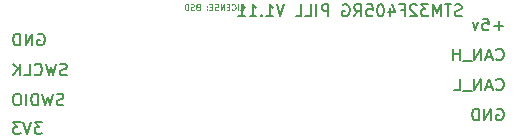
<source format=gbo>
G04 #@! TF.GenerationSoftware,KiCad,Pcbnew,7.0.1-0*
G04 #@! TF.CreationDate,2023-08-30T13:31:37-04:00*
G04 #@! TF.ProjectId,F405_pill,46343035-5f70-4696-9c6c-2e6b69636164,rev?*
G04 #@! TF.SameCoordinates,Original*
G04 #@! TF.FileFunction,Legend,Bot*
G04 #@! TF.FilePolarity,Positive*
%FSLAX46Y46*%
G04 Gerber Fmt 4.6, Leading zero omitted, Abs format (unit mm)*
G04 Created by KiCad (PCBNEW 7.0.1-0) date 2023-08-30 13:31:37*
%MOMM*%
%LPD*%
G01*
G04 APERTURE LIST*
%ADD10C,0.150000*%
%ADD11C,0.080000*%
%ADD12C,1.524000*%
%ADD13C,0.700000*%
%ADD14O,2.100000X1.050000*%
G04 APERTURE END LIST*
D10*
X142252380Y-79715000D02*
X142109523Y-79762619D01*
X142109523Y-79762619D02*
X141871428Y-79762619D01*
X141871428Y-79762619D02*
X141776190Y-79715000D01*
X141776190Y-79715000D02*
X141728571Y-79667380D01*
X141728571Y-79667380D02*
X141680952Y-79572142D01*
X141680952Y-79572142D02*
X141680952Y-79476904D01*
X141680952Y-79476904D02*
X141728571Y-79381666D01*
X141728571Y-79381666D02*
X141776190Y-79334047D01*
X141776190Y-79334047D02*
X141871428Y-79286428D01*
X141871428Y-79286428D02*
X142061904Y-79238809D01*
X142061904Y-79238809D02*
X142157142Y-79191190D01*
X142157142Y-79191190D02*
X142204761Y-79143571D01*
X142204761Y-79143571D02*
X142252380Y-79048333D01*
X142252380Y-79048333D02*
X142252380Y-78953095D01*
X142252380Y-78953095D02*
X142204761Y-78857857D01*
X142204761Y-78857857D02*
X142157142Y-78810238D01*
X142157142Y-78810238D02*
X142061904Y-78762619D01*
X142061904Y-78762619D02*
X141823809Y-78762619D01*
X141823809Y-78762619D02*
X141680952Y-78810238D01*
X141395237Y-78762619D02*
X140823809Y-78762619D01*
X141109523Y-79762619D02*
X141109523Y-78762619D01*
X140490475Y-79762619D02*
X140490475Y-78762619D01*
X140490475Y-78762619D02*
X140157142Y-79476904D01*
X140157142Y-79476904D02*
X139823809Y-78762619D01*
X139823809Y-78762619D02*
X139823809Y-79762619D01*
X139442856Y-78762619D02*
X138823809Y-78762619D01*
X138823809Y-78762619D02*
X139157142Y-79143571D01*
X139157142Y-79143571D02*
X139014285Y-79143571D01*
X139014285Y-79143571D02*
X138919047Y-79191190D01*
X138919047Y-79191190D02*
X138871428Y-79238809D01*
X138871428Y-79238809D02*
X138823809Y-79334047D01*
X138823809Y-79334047D02*
X138823809Y-79572142D01*
X138823809Y-79572142D02*
X138871428Y-79667380D01*
X138871428Y-79667380D02*
X138919047Y-79715000D01*
X138919047Y-79715000D02*
X139014285Y-79762619D01*
X139014285Y-79762619D02*
X139299999Y-79762619D01*
X139299999Y-79762619D02*
X139395237Y-79715000D01*
X139395237Y-79715000D02*
X139442856Y-79667380D01*
X138442856Y-78857857D02*
X138395237Y-78810238D01*
X138395237Y-78810238D02*
X138299999Y-78762619D01*
X138299999Y-78762619D02*
X138061904Y-78762619D01*
X138061904Y-78762619D02*
X137966666Y-78810238D01*
X137966666Y-78810238D02*
X137919047Y-78857857D01*
X137919047Y-78857857D02*
X137871428Y-78953095D01*
X137871428Y-78953095D02*
X137871428Y-79048333D01*
X137871428Y-79048333D02*
X137919047Y-79191190D01*
X137919047Y-79191190D02*
X138490475Y-79762619D01*
X138490475Y-79762619D02*
X137871428Y-79762619D01*
X137109523Y-79238809D02*
X137442856Y-79238809D01*
X137442856Y-79762619D02*
X137442856Y-78762619D01*
X137442856Y-78762619D02*
X136966666Y-78762619D01*
X136157142Y-79095952D02*
X136157142Y-79762619D01*
X136395237Y-78715000D02*
X136633332Y-79429285D01*
X136633332Y-79429285D02*
X136014285Y-79429285D01*
X135442856Y-78762619D02*
X135347618Y-78762619D01*
X135347618Y-78762619D02*
X135252380Y-78810238D01*
X135252380Y-78810238D02*
X135204761Y-78857857D01*
X135204761Y-78857857D02*
X135157142Y-78953095D01*
X135157142Y-78953095D02*
X135109523Y-79143571D01*
X135109523Y-79143571D02*
X135109523Y-79381666D01*
X135109523Y-79381666D02*
X135157142Y-79572142D01*
X135157142Y-79572142D02*
X135204761Y-79667380D01*
X135204761Y-79667380D02*
X135252380Y-79715000D01*
X135252380Y-79715000D02*
X135347618Y-79762619D01*
X135347618Y-79762619D02*
X135442856Y-79762619D01*
X135442856Y-79762619D02*
X135538094Y-79715000D01*
X135538094Y-79715000D02*
X135585713Y-79667380D01*
X135585713Y-79667380D02*
X135633332Y-79572142D01*
X135633332Y-79572142D02*
X135680951Y-79381666D01*
X135680951Y-79381666D02*
X135680951Y-79143571D01*
X135680951Y-79143571D02*
X135633332Y-78953095D01*
X135633332Y-78953095D02*
X135585713Y-78857857D01*
X135585713Y-78857857D02*
X135538094Y-78810238D01*
X135538094Y-78810238D02*
X135442856Y-78762619D01*
X134204761Y-78762619D02*
X134680951Y-78762619D01*
X134680951Y-78762619D02*
X134728570Y-79238809D01*
X134728570Y-79238809D02*
X134680951Y-79191190D01*
X134680951Y-79191190D02*
X134585713Y-79143571D01*
X134585713Y-79143571D02*
X134347618Y-79143571D01*
X134347618Y-79143571D02*
X134252380Y-79191190D01*
X134252380Y-79191190D02*
X134204761Y-79238809D01*
X134204761Y-79238809D02*
X134157142Y-79334047D01*
X134157142Y-79334047D02*
X134157142Y-79572142D01*
X134157142Y-79572142D02*
X134204761Y-79667380D01*
X134204761Y-79667380D02*
X134252380Y-79715000D01*
X134252380Y-79715000D02*
X134347618Y-79762619D01*
X134347618Y-79762619D02*
X134585713Y-79762619D01*
X134585713Y-79762619D02*
X134680951Y-79715000D01*
X134680951Y-79715000D02*
X134728570Y-79667380D01*
X133157142Y-79762619D02*
X133490475Y-79286428D01*
X133728570Y-79762619D02*
X133728570Y-78762619D01*
X133728570Y-78762619D02*
X133347618Y-78762619D01*
X133347618Y-78762619D02*
X133252380Y-78810238D01*
X133252380Y-78810238D02*
X133204761Y-78857857D01*
X133204761Y-78857857D02*
X133157142Y-78953095D01*
X133157142Y-78953095D02*
X133157142Y-79095952D01*
X133157142Y-79095952D02*
X133204761Y-79191190D01*
X133204761Y-79191190D02*
X133252380Y-79238809D01*
X133252380Y-79238809D02*
X133347618Y-79286428D01*
X133347618Y-79286428D02*
X133728570Y-79286428D01*
X132204761Y-78810238D02*
X132299999Y-78762619D01*
X132299999Y-78762619D02*
X132442856Y-78762619D01*
X132442856Y-78762619D02*
X132585713Y-78810238D01*
X132585713Y-78810238D02*
X132680951Y-78905476D01*
X132680951Y-78905476D02*
X132728570Y-79000714D01*
X132728570Y-79000714D02*
X132776189Y-79191190D01*
X132776189Y-79191190D02*
X132776189Y-79334047D01*
X132776189Y-79334047D02*
X132728570Y-79524523D01*
X132728570Y-79524523D02*
X132680951Y-79619761D01*
X132680951Y-79619761D02*
X132585713Y-79715000D01*
X132585713Y-79715000D02*
X132442856Y-79762619D01*
X132442856Y-79762619D02*
X132347618Y-79762619D01*
X132347618Y-79762619D02*
X132204761Y-79715000D01*
X132204761Y-79715000D02*
X132157142Y-79667380D01*
X132157142Y-79667380D02*
X132157142Y-79334047D01*
X132157142Y-79334047D02*
X132347618Y-79334047D01*
X130966665Y-79762619D02*
X130966665Y-78762619D01*
X130966665Y-78762619D02*
X130585713Y-78762619D01*
X130585713Y-78762619D02*
X130490475Y-78810238D01*
X130490475Y-78810238D02*
X130442856Y-78857857D01*
X130442856Y-78857857D02*
X130395237Y-78953095D01*
X130395237Y-78953095D02*
X130395237Y-79095952D01*
X130395237Y-79095952D02*
X130442856Y-79191190D01*
X130442856Y-79191190D02*
X130490475Y-79238809D01*
X130490475Y-79238809D02*
X130585713Y-79286428D01*
X130585713Y-79286428D02*
X130966665Y-79286428D01*
X129966665Y-79762619D02*
X129966665Y-78762619D01*
X129014285Y-79762619D02*
X129490475Y-79762619D01*
X129490475Y-79762619D02*
X129490475Y-78762619D01*
X128204761Y-79762619D02*
X128680951Y-79762619D01*
X128680951Y-79762619D02*
X128680951Y-78762619D01*
X127252379Y-78762619D02*
X126919046Y-79762619D01*
X126919046Y-79762619D02*
X126585713Y-78762619D01*
X125728570Y-79762619D02*
X126299998Y-79762619D01*
X126014284Y-79762619D02*
X126014284Y-78762619D01*
X126014284Y-78762619D02*
X126109522Y-78905476D01*
X126109522Y-78905476D02*
X126204760Y-79000714D01*
X126204760Y-79000714D02*
X126299998Y-79048333D01*
X125299998Y-79667380D02*
X125252379Y-79715000D01*
X125252379Y-79715000D02*
X125299998Y-79762619D01*
X125299998Y-79762619D02*
X125347617Y-79715000D01*
X125347617Y-79715000D02*
X125299998Y-79667380D01*
X125299998Y-79667380D02*
X125299998Y-79762619D01*
X124299999Y-79762619D02*
X124871427Y-79762619D01*
X124585713Y-79762619D02*
X124585713Y-78762619D01*
X124585713Y-78762619D02*
X124680951Y-78905476D01*
X124680951Y-78905476D02*
X124776189Y-79000714D01*
X124776189Y-79000714D02*
X124871427Y-79048333D01*
X123347618Y-79762619D02*
X123919046Y-79762619D01*
X123633332Y-79762619D02*
X123633332Y-78762619D01*
X123633332Y-78762619D02*
X123728570Y-78905476D01*
X123728570Y-78905476D02*
X123823808Y-79000714D01*
X123823808Y-79000714D02*
X123919046Y-79048333D01*
X108528570Y-87275000D02*
X108385713Y-87322619D01*
X108385713Y-87322619D02*
X108147618Y-87322619D01*
X108147618Y-87322619D02*
X108052380Y-87275000D01*
X108052380Y-87275000D02*
X108004761Y-87227380D01*
X108004761Y-87227380D02*
X107957142Y-87132142D01*
X107957142Y-87132142D02*
X107957142Y-87036904D01*
X107957142Y-87036904D02*
X108004761Y-86941666D01*
X108004761Y-86941666D02*
X108052380Y-86894047D01*
X108052380Y-86894047D02*
X108147618Y-86846428D01*
X108147618Y-86846428D02*
X108338094Y-86798809D01*
X108338094Y-86798809D02*
X108433332Y-86751190D01*
X108433332Y-86751190D02*
X108480951Y-86703571D01*
X108480951Y-86703571D02*
X108528570Y-86608333D01*
X108528570Y-86608333D02*
X108528570Y-86513095D01*
X108528570Y-86513095D02*
X108480951Y-86417857D01*
X108480951Y-86417857D02*
X108433332Y-86370238D01*
X108433332Y-86370238D02*
X108338094Y-86322619D01*
X108338094Y-86322619D02*
X108099999Y-86322619D01*
X108099999Y-86322619D02*
X107957142Y-86370238D01*
X107623808Y-86322619D02*
X107385713Y-87322619D01*
X107385713Y-87322619D02*
X107195237Y-86608333D01*
X107195237Y-86608333D02*
X107004761Y-87322619D01*
X107004761Y-87322619D02*
X106766666Y-86322619D01*
X106385713Y-87322619D02*
X106385713Y-86322619D01*
X106385713Y-86322619D02*
X106147618Y-86322619D01*
X106147618Y-86322619D02*
X106004761Y-86370238D01*
X106004761Y-86370238D02*
X105909523Y-86465476D01*
X105909523Y-86465476D02*
X105861904Y-86560714D01*
X105861904Y-86560714D02*
X105814285Y-86751190D01*
X105814285Y-86751190D02*
X105814285Y-86894047D01*
X105814285Y-86894047D02*
X105861904Y-87084523D01*
X105861904Y-87084523D02*
X105909523Y-87179761D01*
X105909523Y-87179761D02*
X106004761Y-87275000D01*
X106004761Y-87275000D02*
X106147618Y-87322619D01*
X106147618Y-87322619D02*
X106385713Y-87322619D01*
X105385713Y-87322619D02*
X105385713Y-86322619D01*
X104719047Y-86322619D02*
X104528571Y-86322619D01*
X104528571Y-86322619D02*
X104433333Y-86370238D01*
X104433333Y-86370238D02*
X104338095Y-86465476D01*
X104338095Y-86465476D02*
X104290476Y-86655952D01*
X104290476Y-86655952D02*
X104290476Y-86989285D01*
X104290476Y-86989285D02*
X104338095Y-87179761D01*
X104338095Y-87179761D02*
X104433333Y-87275000D01*
X104433333Y-87275000D02*
X104528571Y-87322619D01*
X104528571Y-87322619D02*
X104719047Y-87322619D01*
X104719047Y-87322619D02*
X104814285Y-87275000D01*
X104814285Y-87275000D02*
X104909523Y-87179761D01*
X104909523Y-87179761D02*
X104957142Y-86989285D01*
X104957142Y-86989285D02*
X104957142Y-86655952D01*
X104957142Y-86655952D02*
X104909523Y-86465476D01*
X104909523Y-86465476D02*
X104814285Y-86370238D01*
X104814285Y-86370238D02*
X104719047Y-86322619D01*
X106719047Y-88722619D02*
X106100000Y-88722619D01*
X106100000Y-88722619D02*
X106433333Y-89103571D01*
X106433333Y-89103571D02*
X106290476Y-89103571D01*
X106290476Y-89103571D02*
X106195238Y-89151190D01*
X106195238Y-89151190D02*
X106147619Y-89198809D01*
X106147619Y-89198809D02*
X106100000Y-89294047D01*
X106100000Y-89294047D02*
X106100000Y-89532142D01*
X106100000Y-89532142D02*
X106147619Y-89627380D01*
X106147619Y-89627380D02*
X106195238Y-89675000D01*
X106195238Y-89675000D02*
X106290476Y-89722619D01*
X106290476Y-89722619D02*
X106576190Y-89722619D01*
X106576190Y-89722619D02*
X106671428Y-89675000D01*
X106671428Y-89675000D02*
X106719047Y-89627380D01*
X105814285Y-88722619D02*
X105480952Y-89722619D01*
X105480952Y-89722619D02*
X105147619Y-88722619D01*
X104909523Y-88722619D02*
X104290476Y-88722619D01*
X104290476Y-88722619D02*
X104623809Y-89103571D01*
X104623809Y-89103571D02*
X104480952Y-89103571D01*
X104480952Y-89103571D02*
X104385714Y-89151190D01*
X104385714Y-89151190D02*
X104338095Y-89198809D01*
X104338095Y-89198809D02*
X104290476Y-89294047D01*
X104290476Y-89294047D02*
X104290476Y-89532142D01*
X104290476Y-89532142D02*
X104338095Y-89627380D01*
X104338095Y-89627380D02*
X104385714Y-89675000D01*
X104385714Y-89675000D02*
X104480952Y-89722619D01*
X104480952Y-89722619D02*
X104766666Y-89722619D01*
X104766666Y-89722619D02*
X104861904Y-89675000D01*
X104861904Y-89675000D02*
X104909523Y-89627380D01*
X108814285Y-84735000D02*
X108671428Y-84782619D01*
X108671428Y-84782619D02*
X108433333Y-84782619D01*
X108433333Y-84782619D02*
X108338095Y-84735000D01*
X108338095Y-84735000D02*
X108290476Y-84687380D01*
X108290476Y-84687380D02*
X108242857Y-84592142D01*
X108242857Y-84592142D02*
X108242857Y-84496904D01*
X108242857Y-84496904D02*
X108290476Y-84401666D01*
X108290476Y-84401666D02*
X108338095Y-84354047D01*
X108338095Y-84354047D02*
X108433333Y-84306428D01*
X108433333Y-84306428D02*
X108623809Y-84258809D01*
X108623809Y-84258809D02*
X108719047Y-84211190D01*
X108719047Y-84211190D02*
X108766666Y-84163571D01*
X108766666Y-84163571D02*
X108814285Y-84068333D01*
X108814285Y-84068333D02*
X108814285Y-83973095D01*
X108814285Y-83973095D02*
X108766666Y-83877857D01*
X108766666Y-83877857D02*
X108719047Y-83830238D01*
X108719047Y-83830238D02*
X108623809Y-83782619D01*
X108623809Y-83782619D02*
X108385714Y-83782619D01*
X108385714Y-83782619D02*
X108242857Y-83830238D01*
X107909523Y-83782619D02*
X107671428Y-84782619D01*
X107671428Y-84782619D02*
X107480952Y-84068333D01*
X107480952Y-84068333D02*
X107290476Y-84782619D01*
X107290476Y-84782619D02*
X107052381Y-83782619D01*
X106100000Y-84687380D02*
X106147619Y-84735000D01*
X106147619Y-84735000D02*
X106290476Y-84782619D01*
X106290476Y-84782619D02*
X106385714Y-84782619D01*
X106385714Y-84782619D02*
X106528571Y-84735000D01*
X106528571Y-84735000D02*
X106623809Y-84639761D01*
X106623809Y-84639761D02*
X106671428Y-84544523D01*
X106671428Y-84544523D02*
X106719047Y-84354047D01*
X106719047Y-84354047D02*
X106719047Y-84211190D01*
X106719047Y-84211190D02*
X106671428Y-84020714D01*
X106671428Y-84020714D02*
X106623809Y-83925476D01*
X106623809Y-83925476D02*
X106528571Y-83830238D01*
X106528571Y-83830238D02*
X106385714Y-83782619D01*
X106385714Y-83782619D02*
X106290476Y-83782619D01*
X106290476Y-83782619D02*
X106147619Y-83830238D01*
X106147619Y-83830238D02*
X106100000Y-83877857D01*
X105195238Y-84782619D02*
X105671428Y-84782619D01*
X105671428Y-84782619D02*
X105671428Y-83782619D01*
X104861904Y-84782619D02*
X104861904Y-83782619D01*
X104290476Y-84782619D02*
X104719047Y-84211190D01*
X104290476Y-83782619D02*
X104861904Y-84354047D01*
X145238095Y-87630238D02*
X145333333Y-87582619D01*
X145333333Y-87582619D02*
X145476190Y-87582619D01*
X145476190Y-87582619D02*
X145619047Y-87630238D01*
X145619047Y-87630238D02*
X145714285Y-87725476D01*
X145714285Y-87725476D02*
X145761904Y-87820714D01*
X145761904Y-87820714D02*
X145809523Y-88011190D01*
X145809523Y-88011190D02*
X145809523Y-88154047D01*
X145809523Y-88154047D02*
X145761904Y-88344523D01*
X145761904Y-88344523D02*
X145714285Y-88439761D01*
X145714285Y-88439761D02*
X145619047Y-88535000D01*
X145619047Y-88535000D02*
X145476190Y-88582619D01*
X145476190Y-88582619D02*
X145380952Y-88582619D01*
X145380952Y-88582619D02*
X145238095Y-88535000D01*
X145238095Y-88535000D02*
X145190476Y-88487380D01*
X145190476Y-88487380D02*
X145190476Y-88154047D01*
X145190476Y-88154047D02*
X145380952Y-88154047D01*
X144761904Y-88582619D02*
X144761904Y-87582619D01*
X144761904Y-87582619D02*
X144190476Y-88582619D01*
X144190476Y-88582619D02*
X144190476Y-87582619D01*
X143714285Y-88582619D02*
X143714285Y-87582619D01*
X143714285Y-87582619D02*
X143476190Y-87582619D01*
X143476190Y-87582619D02*
X143333333Y-87630238D01*
X143333333Y-87630238D02*
X143238095Y-87725476D01*
X143238095Y-87725476D02*
X143190476Y-87820714D01*
X143190476Y-87820714D02*
X143142857Y-88011190D01*
X143142857Y-88011190D02*
X143142857Y-88154047D01*
X143142857Y-88154047D02*
X143190476Y-88344523D01*
X143190476Y-88344523D02*
X143238095Y-88439761D01*
X143238095Y-88439761D02*
X143333333Y-88535000D01*
X143333333Y-88535000D02*
X143476190Y-88582619D01*
X143476190Y-88582619D02*
X143714285Y-88582619D01*
X145761904Y-80581666D02*
X145000000Y-80581666D01*
X145380952Y-80962619D02*
X145380952Y-80200714D01*
X144047619Y-79962619D02*
X144523809Y-79962619D01*
X144523809Y-79962619D02*
X144571428Y-80438809D01*
X144571428Y-80438809D02*
X144523809Y-80391190D01*
X144523809Y-80391190D02*
X144428571Y-80343571D01*
X144428571Y-80343571D02*
X144190476Y-80343571D01*
X144190476Y-80343571D02*
X144095238Y-80391190D01*
X144095238Y-80391190D02*
X144047619Y-80438809D01*
X144047619Y-80438809D02*
X144000000Y-80534047D01*
X144000000Y-80534047D02*
X144000000Y-80772142D01*
X144000000Y-80772142D02*
X144047619Y-80867380D01*
X144047619Y-80867380D02*
X144095238Y-80915000D01*
X144095238Y-80915000D02*
X144190476Y-80962619D01*
X144190476Y-80962619D02*
X144428571Y-80962619D01*
X144428571Y-80962619D02*
X144523809Y-80915000D01*
X144523809Y-80915000D02*
X144571428Y-80867380D01*
X143666666Y-80295952D02*
X143428571Y-80962619D01*
X143428571Y-80962619D02*
X143190476Y-80295952D01*
X145190476Y-85947380D02*
X145238095Y-85995000D01*
X145238095Y-85995000D02*
X145380952Y-86042619D01*
X145380952Y-86042619D02*
X145476190Y-86042619D01*
X145476190Y-86042619D02*
X145619047Y-85995000D01*
X145619047Y-85995000D02*
X145714285Y-85899761D01*
X145714285Y-85899761D02*
X145761904Y-85804523D01*
X145761904Y-85804523D02*
X145809523Y-85614047D01*
X145809523Y-85614047D02*
X145809523Y-85471190D01*
X145809523Y-85471190D02*
X145761904Y-85280714D01*
X145761904Y-85280714D02*
X145714285Y-85185476D01*
X145714285Y-85185476D02*
X145619047Y-85090238D01*
X145619047Y-85090238D02*
X145476190Y-85042619D01*
X145476190Y-85042619D02*
X145380952Y-85042619D01*
X145380952Y-85042619D02*
X145238095Y-85090238D01*
X145238095Y-85090238D02*
X145190476Y-85137857D01*
X144809523Y-85756904D02*
X144333333Y-85756904D01*
X144904761Y-86042619D02*
X144571428Y-85042619D01*
X144571428Y-85042619D02*
X144238095Y-86042619D01*
X143904761Y-86042619D02*
X143904761Y-85042619D01*
X143904761Y-85042619D02*
X143333333Y-86042619D01*
X143333333Y-86042619D02*
X143333333Y-85042619D01*
X143095238Y-86137857D02*
X142333333Y-86137857D01*
X141619047Y-86042619D02*
X142095237Y-86042619D01*
X142095237Y-86042619D02*
X142095237Y-85042619D01*
X106385714Y-81290238D02*
X106480952Y-81242619D01*
X106480952Y-81242619D02*
X106623809Y-81242619D01*
X106623809Y-81242619D02*
X106766666Y-81290238D01*
X106766666Y-81290238D02*
X106861904Y-81385476D01*
X106861904Y-81385476D02*
X106909523Y-81480714D01*
X106909523Y-81480714D02*
X106957142Y-81671190D01*
X106957142Y-81671190D02*
X106957142Y-81814047D01*
X106957142Y-81814047D02*
X106909523Y-82004523D01*
X106909523Y-82004523D02*
X106861904Y-82099761D01*
X106861904Y-82099761D02*
X106766666Y-82195000D01*
X106766666Y-82195000D02*
X106623809Y-82242619D01*
X106623809Y-82242619D02*
X106528571Y-82242619D01*
X106528571Y-82242619D02*
X106385714Y-82195000D01*
X106385714Y-82195000D02*
X106338095Y-82147380D01*
X106338095Y-82147380D02*
X106338095Y-81814047D01*
X106338095Y-81814047D02*
X106528571Y-81814047D01*
X105909523Y-82242619D02*
X105909523Y-81242619D01*
X105909523Y-81242619D02*
X105338095Y-82242619D01*
X105338095Y-82242619D02*
X105338095Y-81242619D01*
X104861904Y-82242619D02*
X104861904Y-81242619D01*
X104861904Y-81242619D02*
X104623809Y-81242619D01*
X104623809Y-81242619D02*
X104480952Y-81290238D01*
X104480952Y-81290238D02*
X104385714Y-81385476D01*
X104385714Y-81385476D02*
X104338095Y-81480714D01*
X104338095Y-81480714D02*
X104290476Y-81671190D01*
X104290476Y-81671190D02*
X104290476Y-81814047D01*
X104290476Y-81814047D02*
X104338095Y-82004523D01*
X104338095Y-82004523D02*
X104385714Y-82099761D01*
X104385714Y-82099761D02*
X104480952Y-82195000D01*
X104480952Y-82195000D02*
X104623809Y-82242619D01*
X104623809Y-82242619D02*
X104861904Y-82242619D01*
D11*
X123494285Y-79241309D02*
X123732380Y-79241309D01*
X123732380Y-79241309D02*
X123732380Y-78741309D01*
X123327618Y-79241309D02*
X123327618Y-78741309D01*
X122803809Y-79193690D02*
X122827618Y-79217500D01*
X122827618Y-79217500D02*
X122899047Y-79241309D01*
X122899047Y-79241309D02*
X122946666Y-79241309D01*
X122946666Y-79241309D02*
X123018094Y-79217500D01*
X123018094Y-79217500D02*
X123065713Y-79169880D01*
X123065713Y-79169880D02*
X123089523Y-79122261D01*
X123089523Y-79122261D02*
X123113332Y-79027023D01*
X123113332Y-79027023D02*
X123113332Y-78955595D01*
X123113332Y-78955595D02*
X123089523Y-78860357D01*
X123089523Y-78860357D02*
X123065713Y-78812738D01*
X123065713Y-78812738D02*
X123018094Y-78765119D01*
X123018094Y-78765119D02*
X122946666Y-78741309D01*
X122946666Y-78741309D02*
X122899047Y-78741309D01*
X122899047Y-78741309D02*
X122827618Y-78765119D01*
X122827618Y-78765119D02*
X122803809Y-78788928D01*
X122589523Y-78979404D02*
X122422856Y-78979404D01*
X122351428Y-79241309D02*
X122589523Y-79241309D01*
X122589523Y-79241309D02*
X122589523Y-78741309D01*
X122589523Y-78741309D02*
X122351428Y-78741309D01*
X122137142Y-79241309D02*
X122137142Y-78741309D01*
X122137142Y-78741309D02*
X121851428Y-79241309D01*
X121851428Y-79241309D02*
X121851428Y-78741309D01*
X121637141Y-79217500D02*
X121565713Y-79241309D01*
X121565713Y-79241309D02*
X121446665Y-79241309D01*
X121446665Y-79241309D02*
X121399046Y-79217500D01*
X121399046Y-79217500D02*
X121375237Y-79193690D01*
X121375237Y-79193690D02*
X121351427Y-79146071D01*
X121351427Y-79146071D02*
X121351427Y-79098452D01*
X121351427Y-79098452D02*
X121375237Y-79050833D01*
X121375237Y-79050833D02*
X121399046Y-79027023D01*
X121399046Y-79027023D02*
X121446665Y-79003214D01*
X121446665Y-79003214D02*
X121541903Y-78979404D01*
X121541903Y-78979404D02*
X121589522Y-78955595D01*
X121589522Y-78955595D02*
X121613332Y-78931785D01*
X121613332Y-78931785D02*
X121637141Y-78884166D01*
X121637141Y-78884166D02*
X121637141Y-78836547D01*
X121637141Y-78836547D02*
X121613332Y-78788928D01*
X121613332Y-78788928D02*
X121589522Y-78765119D01*
X121589522Y-78765119D02*
X121541903Y-78741309D01*
X121541903Y-78741309D02*
X121422856Y-78741309D01*
X121422856Y-78741309D02*
X121351427Y-78765119D01*
X121137142Y-78979404D02*
X120970475Y-78979404D01*
X120899047Y-79241309D02*
X121137142Y-79241309D01*
X121137142Y-79241309D02*
X121137142Y-78741309D01*
X121137142Y-78741309D02*
X120899047Y-78741309D01*
X120684761Y-79193690D02*
X120660951Y-79217500D01*
X120660951Y-79217500D02*
X120684761Y-79241309D01*
X120684761Y-79241309D02*
X120708570Y-79217500D01*
X120708570Y-79217500D02*
X120684761Y-79193690D01*
X120684761Y-79193690D02*
X120684761Y-79241309D01*
X120684761Y-78931785D02*
X120660951Y-78955595D01*
X120660951Y-78955595D02*
X120684761Y-78979404D01*
X120684761Y-78979404D02*
X120708570Y-78955595D01*
X120708570Y-78955595D02*
X120684761Y-78931785D01*
X120684761Y-78931785D02*
X120684761Y-78979404D01*
X119899047Y-78979404D02*
X119827619Y-79003214D01*
X119827619Y-79003214D02*
X119803809Y-79027023D01*
X119803809Y-79027023D02*
X119780000Y-79074642D01*
X119780000Y-79074642D02*
X119780000Y-79146071D01*
X119780000Y-79146071D02*
X119803809Y-79193690D01*
X119803809Y-79193690D02*
X119827619Y-79217500D01*
X119827619Y-79217500D02*
X119875238Y-79241309D01*
X119875238Y-79241309D02*
X120065714Y-79241309D01*
X120065714Y-79241309D02*
X120065714Y-78741309D01*
X120065714Y-78741309D02*
X119899047Y-78741309D01*
X119899047Y-78741309D02*
X119851428Y-78765119D01*
X119851428Y-78765119D02*
X119827619Y-78788928D01*
X119827619Y-78788928D02*
X119803809Y-78836547D01*
X119803809Y-78836547D02*
X119803809Y-78884166D01*
X119803809Y-78884166D02*
X119827619Y-78931785D01*
X119827619Y-78931785D02*
X119851428Y-78955595D01*
X119851428Y-78955595D02*
X119899047Y-78979404D01*
X119899047Y-78979404D02*
X120065714Y-78979404D01*
X119589523Y-79217500D02*
X119518095Y-79241309D01*
X119518095Y-79241309D02*
X119399047Y-79241309D01*
X119399047Y-79241309D02*
X119351428Y-79217500D01*
X119351428Y-79217500D02*
X119327619Y-79193690D01*
X119327619Y-79193690D02*
X119303809Y-79146071D01*
X119303809Y-79146071D02*
X119303809Y-79098452D01*
X119303809Y-79098452D02*
X119327619Y-79050833D01*
X119327619Y-79050833D02*
X119351428Y-79027023D01*
X119351428Y-79027023D02*
X119399047Y-79003214D01*
X119399047Y-79003214D02*
X119494285Y-78979404D01*
X119494285Y-78979404D02*
X119541904Y-78955595D01*
X119541904Y-78955595D02*
X119565714Y-78931785D01*
X119565714Y-78931785D02*
X119589523Y-78884166D01*
X119589523Y-78884166D02*
X119589523Y-78836547D01*
X119589523Y-78836547D02*
X119565714Y-78788928D01*
X119565714Y-78788928D02*
X119541904Y-78765119D01*
X119541904Y-78765119D02*
X119494285Y-78741309D01*
X119494285Y-78741309D02*
X119375238Y-78741309D01*
X119375238Y-78741309D02*
X119303809Y-78765119D01*
X119089524Y-79241309D02*
X119089524Y-78741309D01*
X119089524Y-78741309D02*
X118970476Y-78741309D01*
X118970476Y-78741309D02*
X118899048Y-78765119D01*
X118899048Y-78765119D02*
X118851429Y-78812738D01*
X118851429Y-78812738D02*
X118827619Y-78860357D01*
X118827619Y-78860357D02*
X118803810Y-78955595D01*
X118803810Y-78955595D02*
X118803810Y-79027023D01*
X118803810Y-79027023D02*
X118827619Y-79122261D01*
X118827619Y-79122261D02*
X118851429Y-79169880D01*
X118851429Y-79169880D02*
X118899048Y-79217500D01*
X118899048Y-79217500D02*
X118970476Y-79241309D01*
X118970476Y-79241309D02*
X119089524Y-79241309D01*
D10*
X145190476Y-83407380D02*
X145238095Y-83455000D01*
X145238095Y-83455000D02*
X145380952Y-83502619D01*
X145380952Y-83502619D02*
X145476190Y-83502619D01*
X145476190Y-83502619D02*
X145619047Y-83455000D01*
X145619047Y-83455000D02*
X145714285Y-83359761D01*
X145714285Y-83359761D02*
X145761904Y-83264523D01*
X145761904Y-83264523D02*
X145809523Y-83074047D01*
X145809523Y-83074047D02*
X145809523Y-82931190D01*
X145809523Y-82931190D02*
X145761904Y-82740714D01*
X145761904Y-82740714D02*
X145714285Y-82645476D01*
X145714285Y-82645476D02*
X145619047Y-82550238D01*
X145619047Y-82550238D02*
X145476190Y-82502619D01*
X145476190Y-82502619D02*
X145380952Y-82502619D01*
X145380952Y-82502619D02*
X145238095Y-82550238D01*
X145238095Y-82550238D02*
X145190476Y-82597857D01*
X144809523Y-83216904D02*
X144333333Y-83216904D01*
X144904761Y-83502619D02*
X144571428Y-82502619D01*
X144571428Y-82502619D02*
X144238095Y-83502619D01*
X143904761Y-83502619D02*
X143904761Y-82502619D01*
X143904761Y-82502619D02*
X143333333Y-83502619D01*
X143333333Y-83502619D02*
X143333333Y-82502619D01*
X143095238Y-83597857D02*
X142333333Y-83597857D01*
X142095237Y-83502619D02*
X142095237Y-82502619D01*
X142095237Y-82978809D02*
X141523809Y-82978809D01*
X141523809Y-83502619D02*
X141523809Y-82502619D01*
%LPC*%
D12*
X146982000Y-88222000D03*
X146982000Y-85682000D03*
X146982000Y-83142000D03*
X146982000Y-80602000D03*
X127090000Y-81120000D03*
X127090000Y-83660000D03*
D13*
X99350000Y-81810000D03*
X99350000Y-87590000D03*
D14*
X99880000Y-80380000D03*
X99880000Y-89020000D03*
X95700000Y-80380000D03*
X95700000Y-89020000D03*
D12*
X127090000Y-89310000D03*
X127090000Y-86770000D03*
X147147000Y-77057000D03*
X144607000Y-77057000D03*
X142067000Y-77057000D03*
X139527000Y-77057000D03*
X136987000Y-77057000D03*
X134447000Y-77057000D03*
X131907000Y-77057000D03*
X129367000Y-77057000D03*
X126827000Y-77057000D03*
X124287000Y-77057000D03*
X121747000Y-77057000D03*
X119207000Y-77057000D03*
X116667000Y-77057000D03*
X114127000Y-77057000D03*
X111587000Y-77057000D03*
X109047000Y-77057000D03*
X106507000Y-77057000D03*
X103967000Y-77057000D03*
X101427000Y-77057000D03*
X98887000Y-77057000D03*
X98887000Y-92297000D03*
X101427000Y-92297000D03*
X103967000Y-92297000D03*
X106507000Y-92297000D03*
X109047000Y-92297000D03*
X111587000Y-92297000D03*
X114103395Y-92306993D03*
X116667000Y-92297000D03*
X119207000Y-92297000D03*
X121747000Y-92297000D03*
X124287000Y-92297000D03*
X126827000Y-92297000D03*
X129367000Y-92297000D03*
X131907000Y-92297000D03*
X134447000Y-92297000D03*
X136987000Y-92297000D03*
X139527000Y-92297000D03*
X142067000Y-92297000D03*
X144607000Y-92297000D03*
X147147000Y-92297000D03*
X102882000Y-80860000D03*
X102882000Y-83400000D03*
X102882000Y-85940000D03*
X102882000Y-88480000D03*
M02*

</source>
